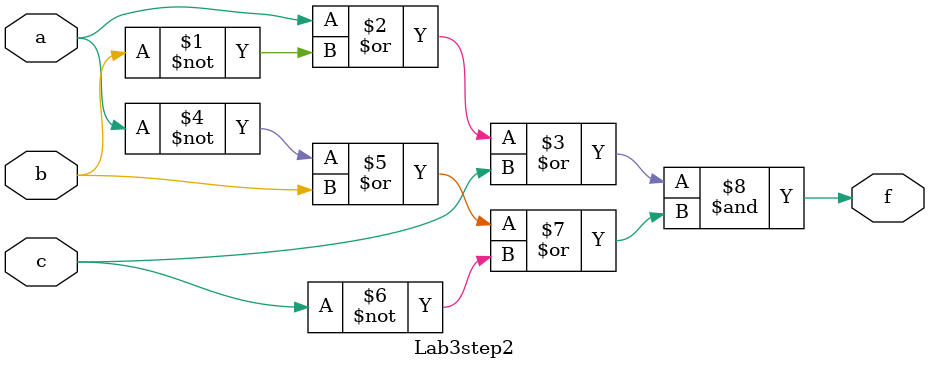
<source format=v>
module Lab3step2(a, b, c, f);

	input a, b, c;
	output f;
	
	assign f=((a|~b|c)&(~a|b|~c));
		
endmodule
</source>
